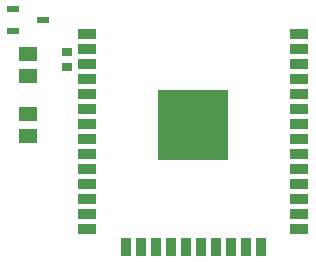
<source format=gtp>
G75*
%MOIN*%
%OFA0B0*%
%FSLAX25Y25*%
%IPPOS*%
%LPD*%
%AMOC8*
5,1,8,0,0,1.08239X$1,22.5*
%
%ADD10R,0.03937X0.01969*%
%ADD11R,0.05906X0.03543*%
%ADD12R,0.03543X0.05906*%
%ADD13R,0.23622X0.23622*%
%ADD14R,0.05906X0.05118*%
%ADD15R,0.03543X0.02756*%
D10*
X0011379Y0082560D03*
X0011379Y0090040D03*
X0021221Y0086300D03*
D11*
X0035867Y0016615D03*
X0035867Y0021615D03*
X0035867Y0026615D03*
X0035867Y0031615D03*
X0035867Y0036615D03*
X0035867Y0041615D03*
X0035867Y0046615D03*
X0035867Y0051615D03*
X0035867Y0056615D03*
X0035867Y0061615D03*
X0035867Y0066615D03*
X0035867Y0071615D03*
X0035867Y0076615D03*
X0035867Y0081615D03*
X0106733Y0081615D03*
X0106733Y0076615D03*
X0106733Y0071615D03*
X0106733Y0066615D03*
X0106733Y0061615D03*
X0106733Y0056615D03*
X0106733Y0051615D03*
X0106733Y0046615D03*
X0106733Y0041615D03*
X0106733Y0036615D03*
X0106733Y0031615D03*
X0106733Y0026615D03*
X0106733Y0021615D03*
X0106733Y0016615D03*
D12*
X0093800Y0010749D03*
X0088800Y0010749D03*
X0083800Y0010749D03*
X0078800Y0010749D03*
X0073800Y0010749D03*
X0068800Y0010749D03*
X0063800Y0010749D03*
X0058800Y0010749D03*
X0053800Y0010749D03*
X0048800Y0010749D03*
D13*
X0071300Y0051300D03*
D14*
X0016300Y0047560D03*
X0016300Y0055040D03*
X0016300Y0067560D03*
X0016300Y0075040D03*
D15*
X0029300Y0075859D03*
X0029300Y0070741D03*
M02*

</source>
